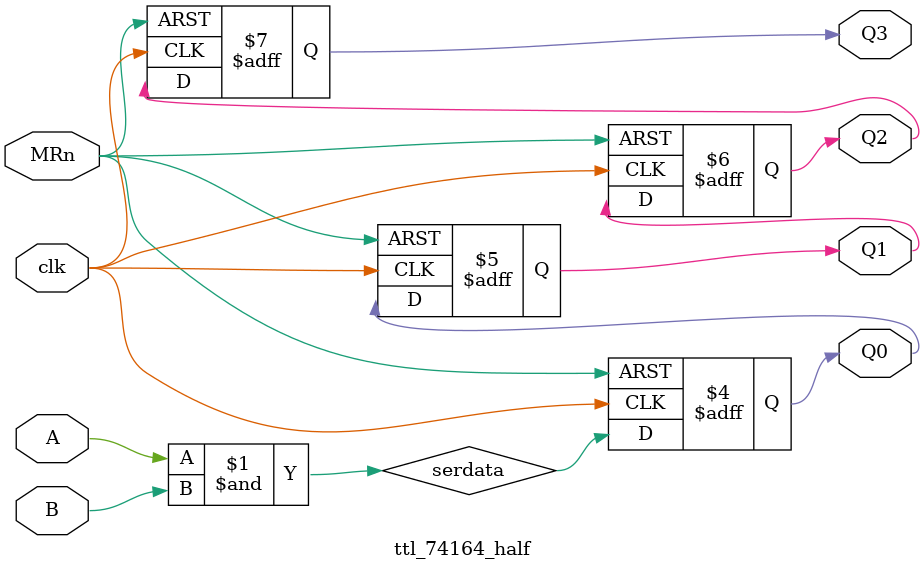
<source format=v>
`default_nettype none
`timescale 1ns/1ns

module ttl_74164_half (
    input wire A, B, //serial input data
    input wire clk, //CP
    input wire MRn, //Master Reset (async)
    output reg Q0, Q1, Q2, Q3);

    localparam MRDLY = 24;
    localparam REGDLY = 19;

    wire serdata;
    assign serdata = A & B;

    always @(posedge clk, negedge MRn) begin
        if (!MRn) begin
            Q0 <= #MRDLY 1'b0;
            Q1 <= #MRDLY 1'b1;
            Q2 <= #MRDLY 1'b0;
            Q3 <= #MRDLY 1'b0;

        end else begin
            Q0 <= #REGDLY serdata;
            Q1 <= #REGDLY Q0;
            Q2 <= #REGDLY Q1;
            Q3 <= #REGDLY Q2;
        end
    end
endmodule
</source>
